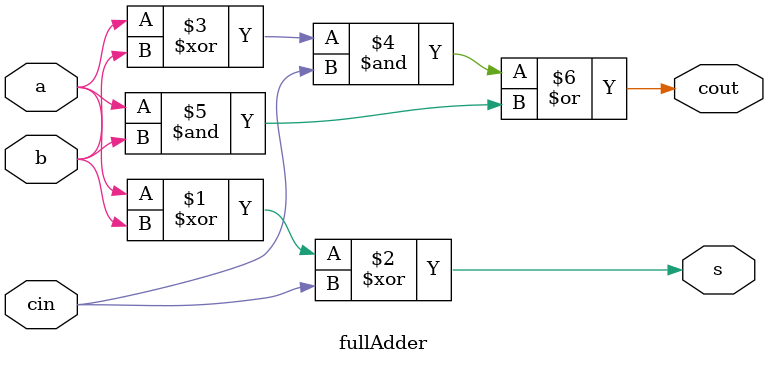
<source format=v>
`timescale 1ns / 1ps

module fullAdder(
    input a, b, cin,
    output s, cout
);
    
    assign s = a ^ b ^ cin;
    assign cout = (a ^ b) & cin | (a & b);

endmodule
</source>
